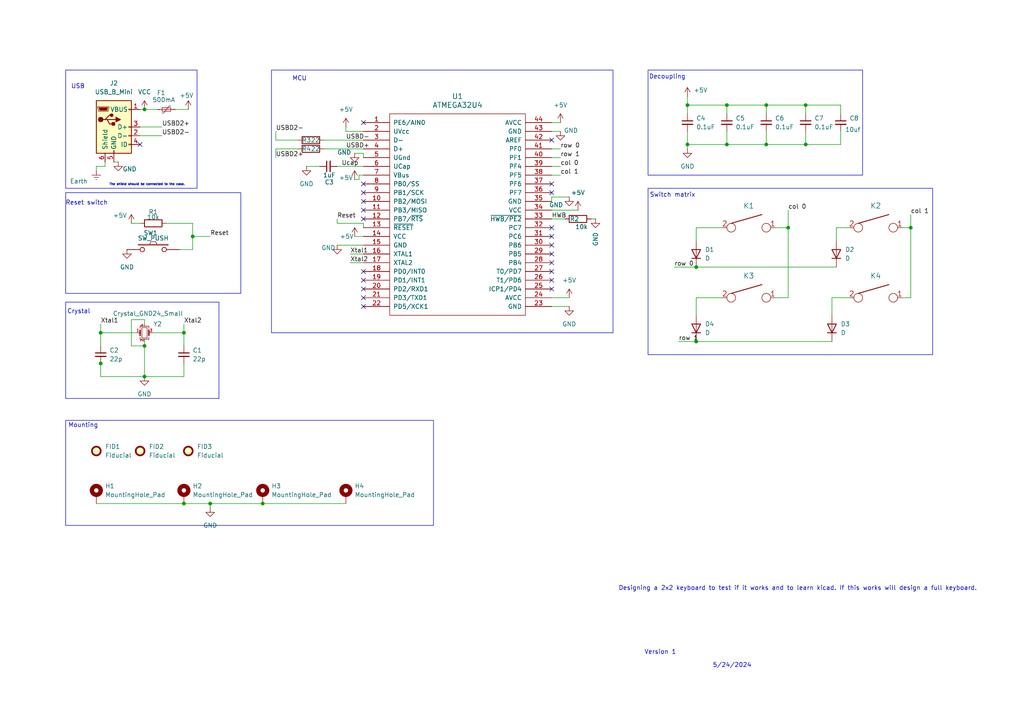
<source format=kicad_sch>
(kicad_sch (version 20231120) (generator "eeschema") (generator_version "8.0")
  (paper "A4")
  (lib_symbols
    (symbol "Connector:USB_B_Micro" (pin_names (offset 1.016))
      (property "Reference" "J" (at -5.08 11.43 0))
      (property "Value" "USB_B_Micro" (at -5.08 8.89 0))
      (symbol "USB_B_Micro_0_1"
        (rectangle (start -5.08 -7.62) (end 5.08 7.62) (stroke (width 0.254)) (fill (type background)))
        (circle (center -3.81 2.159) (radius 0.635) (stroke (width 0.254)) (fill (type outline)))
        (circle (center -0.635 3.429) (radius 0.381) (stroke (width 0.254)) (fill (type outline)))
        (rectangle (start -0.127 -7.62) (end 0.127 -6.858))
        (polyline (pts (xy -1.905 2.159) (xy 0.635 2.159)) (stroke (width 0.254)))
        (polyline (pts (xy -3.175 2.159) (xy -2.54 2.159) (xy -1.27 3.429) (xy -0.635 3.429)) (stroke (width 0.254)))
        (polyline (pts (xy -2.54 2.159) (xy -1.905 2.159) (xy -1.27 0.889) (xy 0 0.889)) (stroke (width 0.254)))
        (polyline (pts (xy 0.635 2.794) (xy 0.635 1.524) (xy 1.905 2.159) (xy 0.635 2.794)) (stroke (width 0.254)) (fill (type outline)))
        (polyline (pts (xy -4.318 5.588) (xy -1.778 5.588) (xy -2.032 4.826) (xy -4.064 4.826) (xy -4.318 5.588)) (fill (type outline)))
        (polyline (pts (xy -4.699 5.842) (xy -4.699 5.588) (xy -4.445 4.826) (xy -4.445 4.572) (xy -1.651 4.572) (xy -1.651 4.826) (xy -1.397 5.588) (xy -1.397 5.842) (xy -4.699 5.842)))
        (rectangle (start 0.254 1.27) (end -0.508 0.508) (stroke (width 0.254)) (fill (type outline)))
        (rectangle (start 5.08 -5.207) (end 4.318 -4.953))
        (rectangle (start 5.08 -2.667) (end 4.318 -2.413))
        (rectangle (start 5.08 -0.127) (end 4.318 0.127))
        (rectangle (start 5.08 4.953) (end 4.318 5.207))
      )
      (symbol "USB_B_Micro_1_1"
        (pin power_out line (at 7.62 5.08 180) (length 2.54) (name "VBUS") (number "1"))
        (pin bidirectional line (at 7.62 -2.54 180) (length 2.54) (name "D-") (number "2"))
        (pin bidirectional line (at 7.62 0 180) (length 2.54) (name "D+") (number "3"))
        (pin passive line (at 7.62 -5.08 180) (length 2.54) (name "ID") (number "4"))
        (pin power_out line (at 0 -10.16 90) (length 2.54) (name "GND") (number "5"))
        (pin passive line (at -2.54 -10.16 90) (length 2.54) (name "Shield") (number "6"))
      )
    )
    (symbol "Device:C_Small" (pin_numbers hide) (pin_names (offset 0.254) hide)
      (property "Reference" "C" (at 0.254 1.778 0))
      (property "Value" "C_Small" (at 0.254 -2.032 0))
      (symbol "C_Small_0_1"
        (polyline (pts (xy -1.524 -0.508) (xy 1.524 -0.508)) (stroke (width 0.3302)))
        (polyline (pts (xy -1.524 0.508) (xy 1.524 0.508)) (stroke (width 0.3048)))
      )
      (symbol "C_Small_1_1"
        (pin passive line (at 0 2.54 270) (length 2.032) (name "~") (number "1"))
        (pin passive line (at 0 -2.54 90) (length 2.032) (name "~") (number "2"))
      )
    )
    (symbol "Device:Crystal_GND24_Small" (pin_names (offset 1.016) hide)
      (property "Reference" "Y" (at 1.27 4.445 0))
      (property "Value" "Crystal_GND24_Small" (at 1.27 2.54 0))
      (symbol "Crystal_GND24_Small_0_1"
        (rectangle (start -0.762 -1.524) (end 0.762 1.524))
        (polyline (pts (xy -1.27 -0.762) (xy -1.27 0.762)) (stroke (width 0.381)))
        (polyline (pts (xy 1.27 -0.762) (xy 1.27 0.762)) (stroke (width 0.381)))
        (polyline (pts (xy -1.27 -1.27) (xy -1.27 -1.905) (xy 1.27 -1.905) (xy 1.27 -1.27)))
        (polyline (pts (xy -1.27 1.27) (xy -1.27 1.905) (xy 1.27 1.905) (xy 1.27 1.27)))
      )
      (symbol "Crystal_GND24_Small_1_1"
        (pin passive line (at -2.54 0 0) (length 1.27) (name "1") (number "1"))
        (pin passive line (at 0 -2.54 90) (length 0.635) (name "2") (number "2"))
        (pin passive line (at 2.54 0 180) (length 1.27) (name "3") (number "3"))
        (pin passive line (at 0 2.54 270) (length 0.635) (name "4") (number "4"))
      )
    )
    (symbol "Device:D" (pin_numbers hide) (pin_names (offset 1.016) hide)
      (property "Reference" "D" (at 0 2.54 0))
      (property "Value" "D" (at 0 -2.54 0))
      (symbol "D_0_1"
        (polyline (pts (xy -1.27 1.27) (xy -1.27 -1.27)) (stroke (width 0.254)))
        (polyline (pts (xy 1.27 0) (xy -1.27 0)))
        (polyline (pts (xy 1.27 1.27) (xy 1.27 -1.27) (xy -1.27 0) (xy 1.27 1.27)) (stroke (width 0.254)))
      )
      (symbol "D_1_1"
        (pin passive line (at -3.81 0 0) (length 2.54) (name "K") (number "1"))
        (pin passive line (at 3.81 0 180) (length 2.54) (name "A") (number "2"))
      )
    )
    (symbol "Device:Polyfuse_Small" (pin_numbers hide) (pin_names (offset 0))
      (property "Reference" "F" (at -1.905 0 90))
      (property "Value" "Polyfuse_Small" (at 1.905 0 90))
      (symbol "Polyfuse_Small_0_1"
        (rectangle (start -0.508 1.27) (end 0.508 -1.27))
        (polyline (pts (xy 0 2.54) (xy 0 -2.54)))
        (polyline (pts (xy -1.016 1.27) (xy -1.016 0.762) (xy 1.016 -0.762) (xy 1.016 -1.27)))
      )
      (symbol "Polyfuse_Small_1_1"
        (pin passive line (at 0 2.54 270) (length 0.635) (name "~") (number "1"))
        (pin passive line (at 0 -2.54 90) (length 0.635) (name "~") (number "2"))
      )
    )
    (symbol "Device:R" (pin_numbers hide) (pin_names (offset 0))
      (property "Reference" "R" (at 2.032 0 90))
      (property "Value" "R" (at 0 0 90))
      (symbol "R_0_1"
        (rectangle (start -1.016 -2.54) (end 1.016 2.54) (stroke (width 0.254)))
      )
      (symbol "R_1_1"
        (pin passive line (at 0 3.81 270) (length 1.27) (name "~") (number "1"))
        (pin passive line (at 0 -3.81 90) (length 1.27) (name "~") (number "2"))
      )
    )
    (symbol "Mechanical:Fiducial" (exclude_from_sim yes) (in_bom no)
      (property "Reference" "FID" (at 0 5.08 0))
      (property "Value" "Fiducial" (at 0 3.175 0))
      (symbol "Fiducial_0_1"
        (circle (center 0 0) (radius 1.27) (stroke (width 0.508)) (fill (type background)))
      )
    )
    (symbol "Mechanical:MountingHole_Pad" (pin_numbers hide) (pin_names (offset 1.016) hide) (exclude_from_sim yes) (in_bom no)
      (property "Reference" "H" (at 0 6.35 0))
      (property "Value" "MountingHole_Pad" (at 0 4.445 0))
      (symbol "MountingHole_Pad_0_1"
        (circle (center 0 1.27) (radius 1.27) (stroke (width 1.27)))
      )
      (symbol "MountingHole_Pad_1_1"
        (pin input line (at 0 -2.54 90) (length 2.54) (name "1") (number "1"))
      )
    )
    (symbol "keyboard_parts:ATMEGA32U4" (pin_names (offset 1.016))
      (property "Reference" "U" (at 0 -31.75 0))
      (property "Value" "ATMEGA32U4" (at 0 31.75 0))
      (symbol "ATMEGA32U4_0_1"
        (rectangle (start 20.32 29.21) (end -19.05 -29.21))
      )
      (symbol "ATMEGA32U4_1_1"
        (pin bidirectional line (at -26.67 26.67 0) (length 7.62) (name "PE6/AIN0") (number "1"))
        (pin bidirectional line (at -26.67 3.81 0) (length 7.62) (name "PB2/MOSI") (number "10"))
        (pin bidirectional line (at -26.67 1.27 0) (length 7.62) (name "PB3/MISO") (number "11"))
        (pin bidirectional line (at -26.67 -1.27 0) (length 7.62) (name "PB7/~{RTS}") (number "12"))
        (pin input line (at -26.67 -3.81 0) (length 7.62) (name "~{RESET}") (number "13"))
        (pin power_in line (at -26.67 -6.35 0) (length 7.62) (name "VCC") (number "14"))
        (pin power_in line (at -26.67 -8.89 0) (length 7.62) (name "GND") (number "15"))
        (pin input line (at -26.67 -11.43 0) (length 7.62) (name "XTAL1") (number "16"))
        (pin output line (at -26.67 -13.97 0) (length 7.62) (name "XTAL2") (number "17"))
        (pin bidirectional line (at -26.67 -16.51 0) (length 7.62) (name "PD0/INT0") (number "18"))
        (pin bidirectional line (at -26.67 -19.05 0) (length 7.62) (name "PD1/INT1") (number "19"))
        (pin power_in line (at -26.67 24.13 0) (length 7.62) (name "UVcc") (number "2"))
        (pin bidirectional line (at -26.67 -21.59 0) (length 7.62) (name "PD2/RXD1") (number "20"))
        (pin bidirectional line (at -26.67 -24.13 0) (length 7.62) (name "PD3/TXD1") (number "21"))
        (pin bidirectional line (at -26.67 -26.67 0) (length 7.62) (name "PD5/XCK1") (number "22"))
        (pin power_in line (at 27.94 -26.67 180) (length 7.62) (name "GND") (number "23"))
        (pin power_in line (at 27.94 -24.13 180) (length 7.62) (name "AVCC") (number "24"))
        (pin bidirectional line (at 27.94 -21.59 180) (length 7.62) (name "ICP1/PD4") (number "25"))
        (pin bidirectional line (at 27.94 -19.05 180) (length 7.62) (name "T1/PD6") (number "26"))
        (pin bidirectional line (at 27.94 -16.51 180) (length 7.62) (name "T0/PD7") (number "27"))
        (pin bidirectional line (at 27.94 -13.97 180) (length 7.62) (name "PB4") (number "28"))
        (pin bidirectional line (at 27.94 -11.43 180) (length 7.62) (name "PB5") (number "29"))
        (pin bidirectional line (at -26.67 21.59 0) (length 7.62) (name "D-") (number "3"))
        (pin bidirectional line (at 27.94 -8.89 180) (length 7.62) (name "PB6") (number "30"))
        (pin bidirectional line (at 27.94 -6.35 180) (length 7.62) (name "PC6") (number "31"))
        (pin bidirectional line (at 27.94 -3.81 180) (length 7.62) (name "PC7") (number "32"))
        (pin bidirectional line (at 27.94 -1.27 180) (length 7.62) (name "~{HWB/PE2}") (number "33"))
        (pin power_in line (at 27.94 1.27 180) (length 7.62) (name "VCC") (number "34"))
        (pin power_in line (at 27.94 3.81 180) (length 7.62) (name "GND") (number "35"))
        (pin bidirectional line (at 27.94 6.35 180) (length 7.62) (name "PF7") (number "36"))
        (pin bidirectional line (at 27.94 8.89 180) (length 7.62) (name "PF6") (number "37"))
        (pin bidirectional line (at 27.94 11.43 180) (length 7.62) (name "PF5") (number "38"))
        (pin bidirectional line (at 27.94 13.97 180) (length 7.62) (name "PF4") (number "39"))
        (pin bidirectional line (at -26.67 19.05 0) (length 7.62) (name "D+") (number "4"))
        (pin bidirectional line (at 27.94 16.51 180) (length 7.62) (name "PF1") (number "40"))
        (pin bidirectional line (at 27.94 19.05 180) (length 7.62) (name "PF0") (number "41"))
        (pin input line (at 27.94 21.59 180) (length 7.62) (name "AREF") (number "42"))
        (pin power_in line (at 27.94 24.13 180) (length 7.62) (name "GND") (number "43"))
        (pin power_in line (at 27.94 26.67 180) (length 7.62) (name "AVCC") (number "44"))
        (pin power_in line (at -26.67 16.51 0) (length 7.62) (name "UGnd") (number "5"))
        (pin input line (at -26.67 13.97 0) (length 7.62) (name "UCap") (number "6"))
        (pin input line (at -26.67 11.43 0) (length 7.62) (name "VBus") (number "7"))
        (pin bidirectional line (at -26.67 8.89 0) (length 7.62) (name "PB0/SS") (number "8"))
        (pin bidirectional line (at -26.67 6.35 0) (length 7.62) (name "PB1/SCK") (number "9"))
      )
    )
    (symbol "keyboard_parts:KEYSW" (pin_names (offset 1.016))
      (property "Reference" "K?" (at -1.27 0 0))
      (symbol "KEYSW_0_1"
        (circle (center -5.08 0) (radius 1.27))
        (polyline (pts (xy -5.08 1.27) (xy 3.81 3.81)) (stroke (width 0.254)))
        (circle (center 5.08 0) (radius 1.27))
      )
      (symbol "KEYSW_1_1"
        (pin passive line (at 7.62 0 180) (length 1.27) (name "~") (number "1"))
        (pin passive line (at -7.62 0 0) (length 1.27) (name "~") (number "2"))
      )
    )
    (symbol "keyboard_parts:SW_PUSH" (pin_numbers hide) (pin_names (offset 1.016) hide)
      (property "Reference" "SW" (at 3.81 2.794 0))
      (property "Value" "SW_PUSH" (at 0 -2.032 0))
      (symbol "SW_PUSH_0_1"
        (rectangle (start -4.318 1.27) (end 4.318 1.524))
        (polyline (pts (xy -1.016 1.524) (xy -0.762 2.286) (xy 0.762 2.286) (xy 1.016 1.524)))
        (pin passive inverted (at -7.62 0 0) (length 5.08) (name "1") (number "1"))
        (pin passive inverted (at 7.62 0 180) (length 5.08) (name "2") (number "2"))
      )
    )
    (symbol "power:Earth" (power) (pin_numbers hide) (pin_names (offset 0) hide)
      (property "Value" "Earth" (at 0 -3.81 0))
      (symbol "Earth_0_1"
        (polyline (pts (xy -0.635 -1.905) (xy 0.635 -1.905)))
        (polyline (pts (xy -0.127 -2.54) (xy 0.127 -2.54)))
        (polyline (pts (xy 0 -1.27) (xy 0 0)))
        (polyline (pts (xy 1.27 -1.27) (xy -1.27 -1.27)))
      )
      (symbol "Earth_1_1"
        (pin power_in line (at 0 0 270) (length 0) (name "~") (number "1"))
      )
    )
    (symbol "power:GND" (power) (pin_numbers hide) (pin_names (offset 0) hide)
      (property "Value" "GND" (at 0 -3.81 0))
      (symbol "GND_0_1"
        (polyline (pts (xy 0 0) (xy 0 -1.27) (xy 1.27 -1.27) (xy 0 -2.54) (xy -1.27 -1.27) (xy 0 -1.27)))
      )
      (symbol "GND_1_1"
        (pin power_in line (at 0 0 270) (length 0) (name "~") (number "1"))
      )
    )
    (symbol "power:VCC" (power) (pin_numbers hide) (pin_names (offset 0) hide)
      (property "Value" "VCC" (at 0 3.556 0))
      (symbol "VCC_0_1"
        (polyline (pts (xy -0.762 1.27) (xy 0 2.54)))
        (polyline (pts (xy 0 0) (xy 0 2.54)))
        (polyline (pts (xy 0 2.54) (xy 0.762 1.27)))
      )
      (symbol "VCC_1_1"
        (pin power_in line (at 0 0 90) (length 0) (name "~") (number "1"))
      )
    )
  )
  (junction (at 53.34 146.05))
  (junction (at 41.91 31.75))
  (junction (at 199.39 30.48))
  (junction (at 76.2 146.05))
  (junction (at 201.93 77.47))
  (junction (at 222.25 30.48))
  (junction (at 199.39 41.91))
  (junction (at 55.88 68.58))
  (junction (at 60.96 146.05))
  (junction (at 233.68 30.48))
  (junction (at 210.82 41.91))
  (junction (at 222.25 41.91))
  (junction (at 228.6 66.04))
  (junction (at 264.16 66.04))
  (junction (at 29.21 105.41))
  (junction (at 210.82 30.48))
  (junction (at 201.93 99.06))
  (junction (at 233.68 41.91))
  (junction (at 41.91 100.33))
  (junction (at 29.21 96.52))
  (junction (at 53.34 96.52))
  (junction (at 41.91 109.22))
  (no_connect (at 160.02 78.74))
  (no_connect (at 105.41 35.56))
  (no_connect (at 160.02 40.64))
  (no_connect (at 105.41 86.36))
  (no_connect (at 160.02 81.28))
  (no_connect (at 160.02 66.04))
  (no_connect (at 160.02 55.88))
  (no_connect (at 105.41 53.34))
  (no_connect (at 105.41 63.5))
  (no_connect (at 105.41 88.9))
  (no_connect (at 105.41 78.74))
  (no_connect (at 160.02 83.82))
  (no_connect (at 40.64 41.91))
  (no_connect (at 105.41 55.88))
  (no_connect (at 105.41 81.28))
  (no_connect (at 160.02 71.12))
  (no_connect (at 160.02 73.66))
  (no_connect (at 160.02 76.2))
  (no_connect (at 105.41 60.96))
  (no_connect (at 105.41 83.82))
  (no_connect (at 105.41 58.42))
  (no_connect (at 160.02 53.34))
  (no_connect (at 160.02 68.58))
  (wire (pts (xy 160.02 60.96) (xy 167.64 60.96)))
  (wire (pts (xy 80.01 38.1) (xy 80.01 40.64)))
  (wire (pts (xy 41.91 99.06) (xy 41.91 100.33)))
  (wire (pts (xy 160.02 63.5) (xy 163.83 63.5)))
  (wire (pts (xy 53.34 96.52) (xy 53.34 100.33)))
  (wire (pts (xy 222.25 41.91) (xy 210.82 41.91)))
  (wire (pts (xy 44.45 96.52) (xy 53.34 96.52)))
  (wire (pts (xy 228.6 60.96) (xy 228.6 66.04)))
  (wire (pts (xy 80.01 43.18) (xy 86.36 43.18)))
  (wire (pts (xy 53.34 109.22) (xy 53.34 105.41)))
  (wire (pts (xy 41.91 100.33) (xy 41.91 109.22)))
  (wire (pts (xy 199.39 30.48) (xy 210.82 30.48)))
  (wire (pts (xy 104.14 50.8) (xy 105.41 50.8)))
  (wire (pts (xy 210.82 38.1) (xy 210.82 41.91)))
  (wire (pts (xy 233.68 41.91) (xy 222.25 41.91)))
  (wire (pts (xy 105.41 64.77) (xy 97.79 64.77)))
  (wire (pts (xy 48.26 64.77) (xy 55.88 64.77)))
  (wire (pts (xy 243.84 38.1) (xy 243.84 41.91)))
  (wire (pts (xy 80.01 40.64) (xy 86.36 40.64)))
  (wire (pts (xy 162.56 50.8) (xy 160.02 50.8)))
  (wire (pts (xy 102.87 52.07) (xy 104.14 52.07)))
  (wire (pts (xy 101.6 76.2) (xy 105.41 76.2)))
  (wire (pts (xy 160.02 35.56) (xy 162.56 35.56)))
  (wire (pts (xy 55.88 64.77) (xy 55.88 68.58)))
  (wire (pts (xy 199.39 41.91) (xy 199.39 43.18)))
  (wire (pts (xy 76.2 146.05) (xy 100.33 146.05)))
  (wire (pts (xy 60.96 146.05) (xy 60.96 147.32)))
  (wire (pts (xy 38.1 64.77) (xy 40.64 64.77)))
  (wire (pts (xy 104.14 52.07) (xy 104.14 50.8)))
  (wire (pts (xy 102.87 68.58) (xy 105.41 68.58)))
  (wire (pts (xy 41.91 92.71) (xy 38.1 92.71)))
  (wire (pts (xy 201.93 86.36) (xy 209.55 86.36)))
  (wire (pts (xy 233.68 38.1) (xy 233.68 41.91)))
  (wire (pts (xy 101.6 73.66) (xy 105.41 73.66)))
  (wire (pts (xy 199.39 30.48) (xy 199.39 33.02)))
  (wire (pts (xy 105.41 44.45) (xy 102.87 44.45)))
  (wire (pts (xy 38.1 100.33) (xy 41.91 100.33)))
  (wire (pts (xy 40.64 36.83) (xy 46.99 36.83)))
  (wire (pts (xy 105.41 38.1) (xy 100.33 38.1)))
  (wire (pts (xy 105.41 44.45) (xy 105.41 45.72)))
  (wire (pts (xy 242.57 66.04) (xy 246.38 66.04)))
  (wire (pts (xy 29.21 105.41) (xy 29.21 109.22)))
  (wire (pts (xy 201.93 91.44) (xy 201.93 86.36)))
  (wire (pts (xy 97.79 64.77) (xy 97.79 63.5)))
  (wire (pts (xy 53.34 146.05) (xy 60.96 146.05)))
  (wire (pts (xy 195.58 77.47) (xy 201.93 77.47)))
  (wire (pts (xy 105.41 64.77) (xy 105.41 66.04)))
  (wire (pts (xy 97.79 71.12) (xy 105.41 71.12)))
  (wire (pts (xy 264.16 86.36) (xy 261.62 86.36)))
  (wire (pts (xy 199.39 27.94) (xy 199.39 30.48)))
  (wire (pts (xy 243.84 41.91) (xy 233.68 41.91)))
  (wire (pts (xy 93.98 43.18) (xy 105.41 43.18)))
  (wire (pts (xy 55.88 68.58) (xy 55.88 72.39)))
  (wire (pts (xy 261.62 66.04) (xy 264.16 66.04)))
  (wire (pts (xy 29.21 96.52) (xy 29.21 100.33)))
  (wire (pts (xy 160.02 57.15) (xy 160.02 58.42)))
  (wire (pts (xy 41.91 31.75) (xy 45.72 31.75)))
  (wire (pts (xy 242.57 69.85) (xy 242.57 66.04)))
  (wire (pts (xy 210.82 30.48) (xy 222.25 30.48)))
  (wire (pts (xy 41.91 92.71) (xy 41.91 93.98)))
  (wire (pts (xy 199.39 41.91) (xy 199.39 38.1)))
  (wire (pts (xy 41.91 109.22) (xy 29.21 109.22)))
  (wire (pts (xy 241.3 86.36) (xy 241.3 91.44)))
  (wire (pts (xy 201.93 99.06) (xy 241.3 99.06)))
  (wire (pts (xy 160.02 86.36) (xy 165.1 86.36)))
  (wire (pts (xy 100.33 36.83) (xy 100.33 38.1)))
  (wire (pts (xy 224.79 66.04) (xy 228.6 66.04)))
  (wire (pts (xy 55.88 68.58) (xy 60.96 68.58)))
  (wire (pts (xy 264.16 66.04) (xy 264.16 86.36)))
  (wire (pts (xy 210.82 41.91) (xy 199.39 41.91)))
  (wire (pts (xy 88.9 48.26) (xy 92.71 48.26)))
  (wire (pts (xy 160.02 45.72) (xy 162.56 45.72)))
  (wire (pts (xy 222.25 38.1) (xy 222.25 41.91)))
  (wire (pts (xy 40.64 31.75) (xy 41.91 31.75)))
  (wire (pts (xy 60.96 146.05) (xy 76.2 146.05)))
  (wire (pts (xy 50.8 31.75) (xy 54.61 31.75)))
  (wire (pts (xy 224.79 86.36) (xy 228.6 86.36)))
  (wire (pts (xy 172.72 63.5) (xy 171.45 63.5)))
  (wire (pts (xy 34.29 46.99) (xy 33.02 46.99)))
  (wire (pts (xy 105.41 48.26) (xy 97.79 48.26)))
  (wire (pts (xy 27.94 48.26) (xy 30.48 48.26)))
  (wire (pts (xy 29.21 104.14) (xy 29.21 105.41)))
  (wire (pts (xy 243.84 30.48) (xy 243.84 33.02)))
  (wire (pts (xy 209.55 66.04) (xy 201.93 66.04)))
  (wire (pts (xy 29.21 96.52) (xy 39.37 96.52)))
  (wire (pts (xy 264.16 62.23) (xy 264.16 66.04)))
  (wire (pts (xy 160.02 38.1) (xy 162.56 38.1)))
  (wire (pts (xy 233.68 30.48) (xy 243.84 30.48)))
  (wire (pts (xy 53.34 93.98) (xy 53.34 96.52)))
  (wire (pts (xy 233.68 30.48) (xy 233.68 33.02)))
  (wire (pts (xy 29.21 93.98) (xy 29.21 96.52)))
  (wire (pts (xy 27.94 49.53) (xy 27.94 48.26)))
  (wire (pts (xy 40.64 39.37) (xy 46.99 39.37)))
  (wire (pts (xy 162.56 43.18) (xy 160.02 43.18)))
  (wire (pts (xy 228.6 66.04) (xy 228.6 86.36)))
  (wire (pts (xy 80.01 45.72) (xy 80.01 43.18)))
  (wire (pts (xy 160.02 88.9) (xy 165.1 88.9)))
  (wire (pts (xy 55.88 72.39) (xy 52.07 72.39)))
  (wire (pts (xy 93.98 40.64) (xy 105.41 40.64)))
  (wire (pts (xy 246.38 86.36) (xy 241.3 86.36)))
  (wire (pts (xy 30.48 48.26) (xy 30.48 46.99)))
  (wire (pts (xy 160.02 57.15) (xy 165.1 57.15)))
  (wire (pts (xy 201.93 66.04) (xy 201.93 69.85)))
  (wire (pts (xy 222.25 30.48) (xy 233.68 30.48)))
  (wire (pts (xy 196.85 99.06) (xy 201.93 99.06)))
  (wire (pts (xy 38.1 92.71) (xy 38.1 100.33)))
  (wire (pts (xy 201.93 77.47) (xy 242.57 77.47)))
  (wire (pts (xy 162.56 48.26) (xy 160.02 48.26)))
  (wire (pts (xy 210.82 30.48) (xy 210.82 33.02)))
  (wire (pts (xy 222.25 30.48) (xy 222.25 33.02)))
  (wire (pts (xy 41.91 109.22) (xy 53.34 109.22)))
  (wire (pts (xy 27.94 146.05) (xy 53.34 146.05)))
  (rectangle (start 19.05 55.88) (end 69.85 85.09))
  (rectangle (start 187.96 54.61) (end 270.51 102.87))
  (rectangle (start 19.05 87.63) (end 63.5 115.57))
  (rectangle (start 19.05 121.92) (end 125.73 152.4))
  (rectangle (start 19.05 20.32) (end 57.15 54.61))
  (rectangle (start 187.96 20.32) (end 250.19 50.8))
  (rectangle (start 78.74 20.32) (end 177.8 96.52))
  (text "Reset switch" (at 25.146 58.928 0) (effects (font (size 1.27 1.27))))
  (text "The shield should be connected to the case.\n" (at 42.672 53.594 0) (effects (font (size 0.635 0.635))))
  (text "MCU\n" (at 86.868 22.86 0) (effects (font (size 1.27 1.27))))
  (text "Designing a 2x2 keyboard to test if it works and to learn kicad. If this works will design a full keyboard.\n" (at 231.394 170.688 0) (effects (font (size 1.27 1.27))))
  (text "Switch matrix\n" (at 195.072 56.642 0) (effects (font (size 1.27 1.27))))
  (text "USB\n" (at 22.606 25.146 0) (effects (font (size 1.27 1.27))))
  (text "Crystal\n" (at 22.86 90.424 0) (effects (font (size 1.27 1.27))))
  (text "Version 1" (at 191.516 189.23 0) (effects (font (size 1.27 1.27))))
  (text "Mounting\n" (at 24.13 123.444 0) (effects (font (size 1.27 1.27))))
  (text "Decoupling" (at 193.548 22.352 0) (effects (font (size 1.27 1.27))))
  (text "5/24/2024\n" (at 212.344 193.04 0) (effects (font (size 1.27 1.27))))
  (label "USBD-" (at 100.33 40.64 0))
  (label "col 1" (at 264.16 62.23 0))
  (label "Xtal1" (at 101.6 73.66 0))
  (label "Xtal1" (at 29.21 93.98 0))
  (label "row 0" (at 195.58 77.47 0))
  (label "row 1" (at 196.85 99.06 0))
  (label "row 0" (at 162.56 43.18 0))
  (label "USBD2+" (at 46.99 36.83 0))
  (label "col 1" (at 162.56 50.8 0))
  (label "Xtal2" (at 53.34 93.98 0))
  (label "col 0" (at 162.56 48.26 0))
  (label "Xtal2" (at 101.6 76.2 0))
  (label "Ucap" (at 99.06 48.26 0))
  (label "HWB" (at 160.02 63.5 0))
  (label "Reset" (at 97.79 63.5 0))
  (label "row 1" (at 162.56 45.72 0))
  (label "Reset" (at 60.96 68.58 0))
  (label "col 0" (at 228.6 60.96 0))
  (label "USBD2-" (at 80.01 38.1 0))
  (label "USBD2+" (at 80.01 45.72 0))
  (label "USBD+" (at 100.33 43.18 0))
  (label "USBD2-" (at 46.99 39.37 0))
  (symbol (lib_id "Mechanical:MountingHole_Pad") (at 100.33 143.51 0) (unit 1) (exclude_from_sim yes) (in_bom no)
    (property "Reference" "H4" (at 102.87 140.9699 0) (effects (justify left)))
    (property "Value" "MountingHole_Pad" (at 102.87 143.5099 0) (effects (justify left)))
    (property "Description" "Mounting Hole with connection" (effects (hide yes)))
  )
  (symbol (lib_id "Mechanical:Fiducial") (at 54.61 130.81 0) (unit 1) (exclude_from_sim yes) (in_bom no)
    (property "Reference" "FID3" (at 57.15 129.5399 0) (effects (justify left)))
    (property "Value" "Fiducial" (at 57.15 132.0799 0) (effects (justify left)))
    (property "Description" "Fiducial Marker" (effects (hide yes)))
  )
  (symbol (lib_id "power:GND") (at 60.96 147.32 0) (unit 1)
    (property "Reference" "#PWR018" (effects (hide yes)))
    (property "Value" "GND" (at 60.96 152.4 0))
    (property "Description" "Power symbol creates a global label with name \"GND\" , ground" (effects (hide yes)))
  )
  (symbol (lib_id "Device:D") (at 242.57 73.66 90) (unit 1)
    (property "Reference" "D2" (at 245.11 72.3899 90) (effects (justify right)))
    (property "Value" "D" (at 245.11 74.9299 90) (effects (justify right)))
    (property "Footprint" "Diode_SMD:D_SOD-123" (effects (hide yes)))
    (property "Description" "Diode" (effects (hide yes)))
    (property "Sim.Device" "D" (effects (hide yes)))
    (property "Sim.Pins" "1=K 2=A" (effects (hide yes)))
  )
  (symbol (lib_id "power:Earth") (at 27.94 49.53 0) (unit 1)
    (property "Reference" "#PWR022" (effects (hide yes)))
    (property "Value" "Earth" (at 22.86 52.578 0))
    (property "Description" "Power symbol creates a global label with name \"Earth\"" (effects (hide yes)))
  )
  (symbol (lib_id "power:GND") (at 41.91 109.22 0) (unit 1)
    (property "Reference" "#PWR01" (effects (hide yes)))
    (property "Value" "GND" (at 41.91 114.3 0))
    (property "Description" "Power symbol creates a global label with name \"GND\" , ground" (effects (hide yes)))
  )
  (symbol (lib_id "power:GND") (at 97.79 71.12 0) (unit 1)
    (property "Reference" "#PWR011" (effects (hide yes)))
    (property "Value" "GND" (at 95.25 71.882 0))
    (property "Description" "Power symbol creates a global label with name \"GND\" , ground" (effects (hide yes)))
  )
  (symbol (lib_id "Device:C_Small") (at 29.21 102.87 0) (unit 1)
    (property "Reference" "C2" (at 31.75 101.6062 0) (effects (justify left)))
    (property "Value" "22p" (at 31.75 104.1462 0) (effects (justify left)))
    (property "Footprint" "Capacitor_SMD:C_0805_2012Metric_Pad1.18x1.45mm_HandSolder" (effects (hide yes)))
    (property "Description" "Unpolarized capacitor, small symbol" (effects (hide yes)))
  )
  (symbol (lib_id "Device:R") (at 90.17 40.64 90) (unit 1)
    (property "Reference" "R3" (at 88.9 40.64 90))
    (property "Value" "22" (at 91.44 40.64 90))
    (property "Footprint" "Resistor_SMD:R_0805_2012Metric_Pad1.20x1.40mm_HandSolder" (effects (hide yes)))
    (property "Description" "Resistor" (effects (hide yes)))
  )
  (symbol (lib_id "Device:R") (at 90.17 43.18 90) (unit 1)
    (property "Reference" "R4" (at 88.9 43.18 90))
    (property "Value" "22" (at 91.44 43.18 90))
    (property "Footprint" "Resistor_SMD:R_0805_2012Metric_Pad1.20x1.40mm_HandSolder" (effects (hide yes)))
    (property "Description" "Resistor" (effects (hide yes)))
  )
  (symbol (lib_id "Device:C_Small") (at 222.25 35.56 0) (unit 1)
    (property "Reference" "C6" (at 224.79 34.2962 0) (effects (justify left)))
    (property "Value" "0.1uF" (at 224.79 36.8362 0) (effects (justify left)))
    (property "Footprint" "Capacitor_SMD:C_0805_2012Metric_Pad1.18x1.45mm_HandSolder" (effects (hide yes)))
    (property "Description" "Unpolarized capacitor, small symbol" (effects (hide yes)))
  )
  (symbol (lib_id "power:GND") (at 162.56 38.1 0) (unit 1)
    (property "Reference" "#PWR010" (effects (hide yes)))
    (property "Value" "GND" (at 165.608 37.846 0))
    (property "Description" "Power symbol creates a global label with name \"GND\" , ground" (effects (hide yes)))
  )
  (symbol (lib_id "power:GND") (at 102.87 44.45 0) (unit 1)
    (property "Reference" "#PWR04" (effects (hide yes)))
    (property "Value" "GND" (at 99.822 44.196 0))
    (property "Description" "Power symbol creates a global label with name \"GND\" , ground" (effects (hide yes)))
  )
  (symbol (lib_id "power:GND") (at 34.29 46.99 0) (unit 1)
    (property "Reference" "#PWR021" (effects (hide yes)))
    (property "Value" "GND" (at 37.592 49.022 0))
    (property "Description" "Power symbol creates a global label with name \"GND\" , ground" (effects (hide yes)))
  )
  (symbol (lib_id "power:GND") (at 199.39 43.18 0) (unit 1)
    (property "Reference" "#PWR08" (effects (hide yes)))
    (property "Value" "GND" (at 199.39 48.26 0))
    (property "Description" "Power symbol creates a global label with name \"GND\" , ground" (effects (hide yes)))
  )
  (symbol (lib_id "Device:Polyfuse_Small") (at 48.26 31.75 90) (unit 1)
    (property "Reference" "F1" (at 46.736 26.924 90))
    (property "Value" "500mA" (at 47.498 28.956 90))
    (property "Footprint" "Fuse:Fuse_1206_3216Metric_Pad1.42x1.75mm_HandSolder" (effects (hide yes)))
    (property "Description" "Resettable fuse, polymeric positive temperature coefficient, small symbol" (effects (hide yes)))
  )
  (symbol (lib_id "Device:R") (at 44.45 64.77 90) (unit 1)
    (property "Reference" "R1" (at 44.45 61.468 90))
    (property "Value" "10k" (at 44.45 62.992 90))
    (property "Footprint" "Resistor_SMD:R_0805_2012Metric_Pad1.20x1.40mm_HandSolder" (effects (hide yes)))
    (property "Description" "Resistor" (effects (hide yes)))
  )
  (symbol (lib_id "Device:C_Small") (at 210.82 35.56 0) (unit 1)
    (property "Reference" "C5" (at 213.36 34.2962 0) (effects (justify left)))
    (property "Value" "0.1uF" (at 213.36 36.8362 0) (effects (justify left)))
    (property "Footprint" "Capacitor_SMD:C_0805_2012Metric_Pad1.18x1.45mm_HandSolder" (effects (hide yes)))
    (property "Description" "Unpolarized capacitor, small symbol" (effects (hide yes)))
  )
  (symbol (lib_id "Device:C_Small") (at 95.25 48.26 90) (unit 1)
    (property "Reference" "C3" (at 95.504 52.832 90))
    (property "Value" "1uF" (at 95.504 50.8 90))
    (property "Footprint" "Capacitor_SMD:C_0805_2012Metric_Pad1.18x1.45mm_HandSolder" (effects (hide yes)))
    (property "Description" "Unpolarized capacitor, small symbol" (effects (hide yes)))
  )
  (symbol (lib_id "Device:R") (at 167.64 63.5 90) (unit 1)
    (property "Reference" "R2" (at 166.624 63.5 90))
    (property "Value" "10k" (at 168.656 65.786 90))
    (property "Footprint" "Resistor_SMD:R_0805_2012Metric_Pad1.20x1.40mm_HandSolder" (effects (hide yes)))
    (property "Description" "Resistor" (effects (hide yes)))
  )
  (symbol (lib_id "Connector:USB_B_Micro") (at 33.02 36.83 0) (unit 1)
    (property "Reference" "J2" (at 33.02 24.13 0))
    (property "Value" "USB_B_Mini" (at 33.02 26.67 0))
    (property "Footprint" "Connector_USB:USB_Mini-B_Lumberg_2486_01_Horizontal" (effects (hide yes)))
    (property "Description" "USB Micro Type B connector" (effects (hide yes)))
  )
  (symbol (lib_id "Device:D") (at 201.93 95.25 90) (unit 1)
    (property "Reference" "D4" (at 204.47 93.9799 90) (effects (justify right)))
    (property "Value" "D" (at 204.47 96.5199 90) (effects (justify right)))
    (property "Footprint" "Diode_SMD:D_SOD-123" (effects (hide yes)))
    (property "Description" "Diode" (effects (hide yes)))
    (property "Sim.Device" "D" (effects (hide yes)))
    (property "Sim.Pins" "1=K 2=A" (effects (hide yes)))
  )
  (symbol (lib_id "Mechanical:Fiducial") (at 27.94 130.81 0) (unit 1) (exclude_from_sim yes) (in_bom no)
    (property "Reference" "FID1" (at 30.48 129.5399 0) (effects (justify left)))
    (property "Value" "Fiducial" (at 30.48 132.0799 0) (effects (justify left)))
    (property "Description" "Fiducial Marker" (effects (hide yes)))
  )
  (symbol (lib_id "Device:Crystal_GND24_Small") (at 41.91 96.52 0) (unit 1)
    (property "Reference" "Y2" (at 45.72 93.98 0))
    (property "Value" "Crystal_GND24_Small" (at 42.926 90.932 0))
    (property "Footprint" "Crystal:Crystal_SMD_3225-4Pin_3.2x2.5mm" (effects (hide yes)))
    (property "Description" "Four pin crystal, GND on pins 2 and 4, small symbol" (effects (hide yes)))
  )
  (symbol (lib_id "power:GND") (at 165.1 57.15 0) (unit 1)
    (property "Reference" "#PWR015" (effects (hide yes)))
    (property "Value" "GND" (at 161.29 59.436 0))
    (property "Description" "Power symbol creates a global label with name \"GND\" , ground" (effects (hide yes)))
  )
  (symbol (lib_id "Mechanical:MountingHole_Pad") (at 27.94 143.51 0) (unit 1) (exclude_from_sim yes) (in_bom no)
    (property "Reference" "H1" (at 30.48 140.9699 0) (effects (justify left)))
    (property "Value" "MountingHole_Pad" (at 30.48 143.5099 0) (effects (justify left)))
    (property "Description" "Mounting Hole with connection" (effects (hide yes)))
  )
  (symbol (lib_id "power:VCC") (at 100.33 36.83 0) (unit 1)
    (property "Reference" "#PWR019" (effects (hide yes)))
    (property "Value" "+5V" (at 100.33 31.75 0))
    (property "Description" "Power symbol creates a global label with name \"VCC\"" (effects (hide yes)))
  )
  (symbol (lib_id "Mechanical:MountingHole_Pad") (at 76.2 143.51 0) (unit 1) (exclude_from_sim yes) (in_bom no)
    (property "Reference" "H3" (at 78.74 140.9699 0) (effects (justify left)))
    (property "Value" "MountingHole_Pad" (at 78.74 143.5099 0) (effects (justify left)))
    (property "Description" "Mounting Hole with connection" (effects (hide yes)))
  )
  (symbol (lib_id "Mechanical:MountingHole_Pad") (at 53.34 143.51 0) (unit 1) (exclude_from_sim yes) (in_bom no)
    (property "Reference" "H2" (at 55.88 140.9699 0) (effects (justify left)))
    (property "Value" "MountingHole_Pad" (at 55.88 143.5099 0) (effects (justify left)))
    (property "Description" "Mounting Hole with connection" (effects (hide yes)))
  )
  (symbol (lib_id "Device:C_Small") (at 53.34 102.87 0) (unit 1)
    (property "Reference" "C1" (at 55.88 101.6062 0) (effects (justify left)))
    (property "Value" "22p" (at 55.88 104.1462 0) (effects (justify left)))
    (property "Footprint" "Capacitor_SMD:C_0805_2012Metric_Pad1.18x1.45mm_HandSolder" (effects (hide yes)))
    (property "Description" "Unpolarized capacitor, small symbol" (effects (hide yes)))
  )
  (symbol (lib_id "Mechanical:Fiducial") (at 40.64 130.81 0) (unit 1) (exclude_from_sim yes) (in_bom no)
    (property "Reference" "FID2" (at 43.18 129.5399 0) (effects (justify left)))
    (property "Value" "Fiducial" (at 43.18 132.0799 0) (effects (justify left)))
    (property "Description" "Fiducial Marker" (effects (hide yes)))
  )
  (symbol (lib_id "keyboard_parts:KEYSW") (at 254 86.36 0) (unit 1)
    (property "Reference" "K4" (at 254 80.01 0) (effects (font (size 1.524 1.524))))
    (property "Value" "KEYSW" (effects (hide yes)))
    (property "Footprint" "Button_Switch_Keyboard:SW_Cherry_MX_1.00u_PCB" (effects (hide yes)))
  )
  (symbol (lib_id "power:GND") (at 36.83 72.39 0) (unit 1)
    (property "Reference" "#PWR02" (effects (hide yes)))
    (property "Value" "GND" (at 36.83 77.47 0))
    (property "Description" "Power symbol creates a global label with name \"GND\" , ground" (effects (hide yes)))
  )
  (symbol (lib_id "power:VCC") (at 38.1 64.77 0) (unit 1)
    (property "Reference" "#PWR03" (effects (hide yes)))
    (property "Value" "+5V" (at 34.798 62.484 0))
    (property "Description" "Power symbol creates a global label with name \"VCC\"" (effects (hide yes)))
  )
  (symbol (lib_id "power:VCC") (at 102.87 52.07 0) (unit 1)
    (property "Reference" "#PWR017" (effects (hide yes)))
    (property "Value" "+5V" (at 100.33 51.562 0))
    (property "Description" "Power symbol creates a global label with name \"VCC\"" (effects (hide yes)))
  )
  (symbol (lib_id "keyboard_parts:KEYSW") (at 217.17 66.04 0) (unit 1)
    (property "Reference" "K1" (at 217.17 59.69 0) (effects (font (size 1.524 1.524))))
    (property "Value" "KEYSW" (effects (hide yes)))
    (property "Footprint" "Button_Switch_Keyboard:SW_Cherry_MX_1.00u_PCB" (effects (hide yes)))
  )
  (symbol (lib_id "keyboard_parts:SW_PUSH") (at 44.45 72.39 0) (unit 1)
    (property "Reference" "SW1" (at 43.688 67.564 0))
    (property "Value" "SW_PUSH" (at 44.45 69.088 0))
    (property "Footprint" "Button_Switch_SMD:SW_SPST_SKQG_WithStem" (effects (hide yes)))
  )
  (symbol (lib_id "Device:C_Small") (at 233.68 35.56 0) (unit 1)
    (property "Reference" "C7" (at 236.22 34.2962 0) (effects (justify left)))
    (property "Value" "0.1uF" (at 236.22 36.8362 0) (effects (justify left)))
    (property "Footprint" "Capacitor_SMD:C_0805_2012Metric_Pad1.18x1.45mm_HandSolder" (effects (hide yes)))
    (property "Description" "Unpolarized capacitor, small symbol" (effects (hide yes)))
  )
  (symbol (lib_id "power:VCC") (at 54.61 31.75 0) (unit 1)
    (property "Reference" "#PWR06" (effects (hide yes)))
    (property "Value" "+5V" (at 54.102 27.686 0))
    (property "Description" "Power symbol creates a global label with name \"VCC\"" (effects (hide yes)))
  )
  (symbol (lib_id "keyboard_parts:ATMEGA32U4") (at 132.08 62.23 0) (unit 1)
    (property "Reference" "U1" (at 132.715 27.94 0) (effects (font (size 1.524 1.524))))
    (property "Value" "ATMEGA32U4" (at 132.715 30.48 0) (effects (font (size 1.524 1.524))))
    (property "Footprint" "Package_QFP:TQFP-44_10x10mm_P0.8mm" (effects (hide yes)))
  )
  (symbol (lib_id "Device:C_Small") (at 243.84 35.56 0) (unit 1)
    (property "Reference" "C8" (at 246.38 34.2962 0) (effects (justify left)))
    (property "Value" "10uf" (at 245.11 37.592 0) (effects (justify left)))
    (property "Footprint" "Capacitor_SMD:C_0805_2012Metric_Pad1.18x1.45mm_HandSolder" (effects (hide yes)))
    (property "Description" "Unpolarized capacitor, small symbol" (effects (hide yes)))
  )
  (symbol (lib_id "Device:C_Small") (at 199.39 35.56 0) (unit 1)
    (property "Reference" "C4" (at 201.93 34.2962 0) (effects (justify left)))
    (property "Value" "0.1uF" (at 201.93 36.8362 0) (effects (justify left)))
    (property "Footprint" "Capacitor_SMD:C_0805_2012Metric_Pad1.18x1.45mm_HandSolder" (effects (hide yes)))
    (property "Description" "Unpolarized capacitor, small symbol" (effects (hide yes)))
  )
  (symbol (lib_id "power:VCC") (at 162.56 35.56 0) (unit 1)
    (property "Reference" "#PWR012" (effects (hide yes)))
    (property "Value" "+5V" (at 162.56 30.48 0))
    (property "Description" "Power symbol creates a global label with name \"VCC\"" (effects (hide yes)))
  )
  (symbol (lib_id "power:GND") (at 165.1 88.9 0) (unit 1)
    (property "Reference" "#PWR09" (effects (hide yes)))
    (property "Value" "GND" (at 165.1 93.98 0))
    (property "Description" "Power symbol creates a global label with name \"GND\" , ground" (effects (hide yes)))
  )
  (symbol (lib_id "Device:D") (at 201.93 73.66 90) (unit 1)
    (property "Reference" "D1" (at 204.47 72.3899 90) (effects (justify right)))
    (property "Value" "D" (at 204.47 74.9299 90) (effects (justify right)))
    (property "Footprint" "Diode_SMD:D_SOD-123" (effects (hide yes)))
    (property "Description" "Diode" (effects (hide yes)))
    (property "Sim.Device" "D" (effects (hide yes)))
    (property "Sim.Pins" "1=K 2=A" (effects (hide yes)))
  )
  (symbol (lib_id "keyboard_parts:KEYSW") (at 254 66.04 0) (unit 1)
    (property "Reference" "K2" (at 254 59.69 0) (effects (font (size 1.524 1.524))))
    (property "Value" "KEYSW" (effects (hide yes)))
    (property "Footprint" "Button_Switch_Keyboard:SW_Cherry_MX_1.00u_PCB" (effects (hide yes)))
  )
  (symbol (lib_id "Device:D") (at 241.3 95.25 90) (unit 1)
    (property "Reference" "D3" (at 243.84 93.9799 90) (effects (justify right)))
    (property "Value" "D" (at 243.84 96.5199 90) (effects (justify right)))
    (property "Footprint" "Diode_SMD:D_SOD-123" (effects (hide yes)))
    (property "Description" "Diode" (effects (hide yes)))
    (property "Sim.Device" "D" (effects (hide yes)))
    (property "Sim.Pins" "1=K 2=A" (effects (hide yes)))
  )
  (symbol (lib_id "power:GND") (at 88.9 48.26 0) (unit 1)
    (property "Reference" "#PWR020" (effects (hide yes)))
    (property "Value" "GND" (at 88.9 53.34 0))
    (property "Description" "Power symbol creates a global label with name \"GND\" , ground" (effects (hide yes)))
  )
  (symbol (lib_id "keyboard_parts:KEYSW") (at 217.17 86.36 0) (unit 1)
    (property "Reference" "K3" (at 217.17 80.01 0) (effects (font (size 1.524 1.524))))
    (property "Value" "KEYSW" (effects (hide yes)))
    (property "Footprint" "Button_Switch_Keyboard:SW_Cherry_MX_1.00u_PCB" (effects (hide yes)))
  )
  (symbol (lib_id "power:VCC") (at 165.1 86.36 0) (unit 1)
    (property "Reference" "#PWR013" (effects (hide yes)))
    (property "Value" "+5V" (at 165.1 81.28 0))
    (property "Description" "Power symbol creates a global label with name \"VCC\"" (effects (hide yes)))
  )
  (symbol (lib_id "power:GND") (at 172.72 63.5 0) (unit 1)
    (property "Reference" "#PWR05" (effects (hide yes)))
    (property "Value" "GND" (at 172.7201 67.31 90) (effects (justify right)))
    (property "Description" "Power symbol creates a global label with name \"GND\" , ground" (effects (hide yes)))
  )
  (symbol (lib_id "power:VCC") (at 102.87 68.58 0) (unit 1)
    (property "Reference" "#PWR014" (effects (hide yes)))
    (property "Value" "+5V" (at 100.584 68.58 0))
    (property "Description" "Power symbol creates a global label with name \"VCC\"" (effects (hide yes)))
  )
  (symbol (lib_id "power:VCC") (at 167.64 60.96 0) (unit 1)
    (property "Reference" "#PWR016" (effects (hide yes)))
    (property "Value" "+5V" (at 167.64 55.88 0))
    (property "Description" "Power symbol creates a global label with name \"VCC\"" (effects (hide yes)))
  )
  (symbol (lib_id "power:VCC") (at 199.39 27.94 0) (unit 1)
    (property "Reference" "#PWR07" (effects (hide yes)))
    (property "Value" "+5V" (at 203.2 26.162 0))
    (property "Description" "Power symbol creates a global label with name \"VCC\"" (effects (hide yes)))
  )
  (symbol (lib_id "power:VCC") (at 41.91 31.75 0) (unit 1)
    (property "Reference" "#PWR023" (effects (hide yes)))
    (property "Value" "VCC" (at 41.91 26.67 0))
    (property "Description" "Power symbol creates a global label with name \"VCC\"" (effects (hide yes)))
  )
)
</source>
